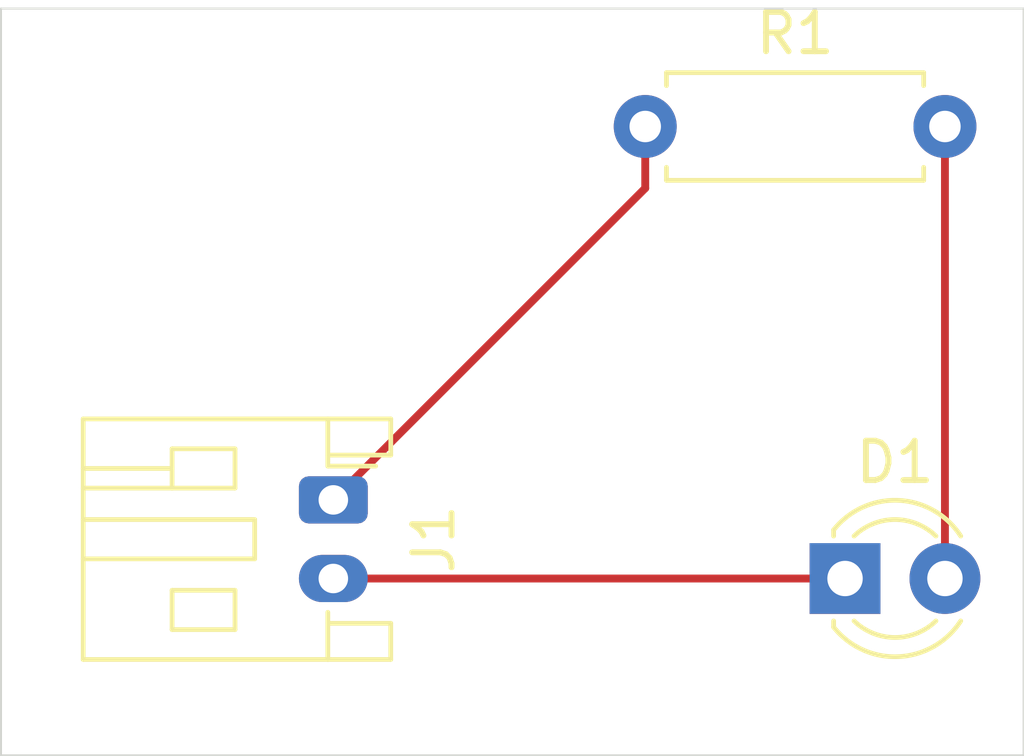
<source format=kicad_pcb>
(kicad_pcb (version 20240108) (generator "pcbnew") (generator_version "8.0")
  (layers (0 "F.Cu" signal) (31 "B.Cu" signal) (34 "B.Paste" user) (35 "F.Paste" user) (36 "B.SilkS" user "B.Silkscreen") (37 "F.SilkS" user "F.Silkscreen") (38 "B.Mask" user) (39 "F.Mask" user) (44 "Edge.Cuts" user))
  (net 0 "")
  (net 1 "Net-(D1-A)")
  (net 2 "Net-(D1-K)")
  (net 3 "Net-(J1-Pin_1)")
  (footprint "LED_THT:LED_D3.0mm" (layer "F.Cu") (at 38.46 29.5)
    (property "Reference" "D1" (at 1.27 -2.96 0) (layer "F.SilkS"))
    (property "Value" "LED")
    (fp_line (start -0.29 -1.236) (end -0.29 -1.08) (stroke (width 0.12)) (layer "F.SilkS"))
    (fp_line (start -0.29 1.08) (end -0.29 1.236) (stroke (width 0.12)) (layer "F.SilkS"))
    (fp_arc (start -0.29 -1.235516) (mid 1.365624 -1.987701) (end 2.941397 -1.080061) (stroke (width 0.12)) (layer "F.SilkS"))
    (fp_arc (start 0.229039 -1.08) (mid 1.269965 -1.5) (end 2.31091 -1.080049) (stroke (width 0.12)) (layer "F.SilkS"))
    (fp_arc (start 2.31091 1.080049) (mid 1.269965 1.5) (end 0.229039 1.08) (stroke (width 0.12)) (layer "F.SilkS"))
    (fp_arc (start 2.941397 1.080061) (mid 1.365624 1.987701) (end -0.29 1.235516) (stroke (width 0.12)) (layer "F.SilkS"))
    (pad "1" thru_hole rect (at 0 0) (size 1.8 1.8) (drill 0.9) (layers "*.Cu" "*.Mask") (net 2 "Net-(D1-K)"))
    (pad "2" thru_hole circle (at 2.54 0) (size 1.8 1.8) (drill 0.9) (layers "*.Cu" "*.Mask") (net 1 "Net-(D1-A)"))
  )
  (footprint "Resistor_THT:R_Axial_DIN0207_L6.3mm_D2.5mm_P7.62mm_Horizontal" (layer "F.Cu") (at 33.38 18)
    (property "Reference" "R1" (at 3.81 -2.37 0) (layer "F.SilkS"))
    (property "Value" "85")
    (fp_line (start 0.54 -1.37) (end 7.08 -1.37) (stroke (width 0.12)) (layer "F.SilkS"))
    (fp_line (start 0.54 -1.04) (end 0.54 -1.37) (stroke (width 0.12)) (layer "F.SilkS"))
    (fp_line (start 0.54 1.04) (end 0.54 1.37) (stroke (width 0.12)) (layer "F.SilkS"))
    (fp_line (start 0.54 1.37) (end 7.08 1.37) (stroke (width 0.12)) (layer "F.SilkS"))
    (fp_line (start 7.08 -1.37) (end 7.08 -1.04) (stroke (width 0.12)) (layer "F.SilkS"))
    (fp_line (start 7.08 1.37) (end 7.08 1.04) (stroke (width 0.12)) (layer "F.SilkS"))
    (pad "1" thru_hole circle (at 0 0) (size 1.6 1.6) (drill 0.8) (layers "*.Cu" "*.Mask") (net 3 "Net-(J1-Pin_1)"))
    (pad "2" thru_hole oval (at 7.62 0) (size 1.6 1.6) (drill 0.8) (layers "*.Cu" "*.Mask") (net 1 "Net-(D1-A)"))
  )
  (footprint "Connector_JST:JST_PH_S2B-PH-K_1x02_P2.00mm_Horizontal" (layer "F.Cu") (at 25.45 27.5 -90)
    (property "Reference" "J1" (at 1 -2.55 90) (layer "F.SilkS"))
    (property "Value" "Conn_02x01")
    (fp_line (start -2.06 6.36) (end 4.06 6.36) (stroke (width 0.12)) (layer "F.SilkS"))
    (fp_line (start 0.5 6.36) (end 0.5 2) (stroke (width 0.12)) (layer "F.SilkS"))
    (fp_line (start 4.06 6.36) (end 4.06 -1.46) (stroke (width 0.12)) (layer "F.SilkS"))
    (fp_line (start -1.3 4.1) (end -0.3 4.1) (stroke (width 0.12)) (layer "F.SilkS"))
    (fp_line (start -0.8 4.1) (end -0.8 6.36) (stroke (width 0.12)) (layer "F.SilkS"))
    (fp_line (start -0.3 4.1) (end -0.3 6.36) (stroke (width 0.12)) (layer "F.SilkS"))
    (fp_line (start -0.3 4.1) (end -0.3 2.5) (stroke (width 0.12)) (layer "F.SilkS"))
    (fp_line (start 2.3 4.1) (end 2.3 2.5) (stroke (width 0.12)) (layer "F.SilkS"))
    (fp_line (start 3.3 4.1) (end 2.3 4.1) (stroke (width 0.12)) (layer "F.SilkS"))
    (fp_line (start -1.3 2.5) (end -1.3 4.1) (stroke (width 0.12)) (layer "F.SilkS"))
    (fp_line (start -0.3 2.5) (end -1.3 2.5) (stroke (width 0.12)) (layer "F.SilkS"))
    (fp_line (start 2.3 2.5) (end 3.3 2.5) (stroke (width 0.12)) (layer "F.SilkS"))
    (fp_line (start 3.3 2.5) (end 3.3 4.1) (stroke (width 0.12)) (layer "F.SilkS"))
    (fp_line (start 0.5 2) (end 1.5 2) (stroke (width 0.12)) (layer "F.SilkS"))
    (fp_line (start 1.5 2) (end 1.5 6.36) (stroke (width 0.12)) (layer "F.SilkS"))
    (fp_line (start -2.06 0.14) (end -1.14 0.14) (stroke (width 0.12)) (layer "F.SilkS"))
    (fp_line (start -1.14 0.14) (end -1.14 -1.46) (stroke (width 0.12)) (layer "F.SilkS"))
    (fp_line (start -0.86 0.14) (end -1.14 0.14) (stroke (width 0.12)) (layer "F.SilkS"))
    (fp_line (start -0.86 0.14) (end -0.86 -1.075) (stroke (width 0.12)) (layer "F.SilkS"))
    (fp_line (start 3.14 0.14) (end 2.86 0.14) (stroke (width 0.12)) (layer "F.SilkS"))
    (fp_line (start 4.06 0.14) (end 3.14 0.14) (stroke (width 0.12)) (layer "F.SilkS"))
    (fp_line (start -2.06 -1.46) (end -2.06 6.36) (stroke (width 0.12)) (layer "F.SilkS"))
    (fp_line (start -1.14 -1.46) (end -2.06 -1.46) (stroke (width 0.12)) (layer "F.SilkS"))
    (fp_line (start 3.14 -1.46) (end 3.14 0.14) (stroke (width 0.12)) (layer "F.SilkS"))
    (fp_line (start 4.06 -1.46) (end 3.14 -1.46) (stroke (width 0.12)) (layer "F.SilkS"))
    (pad "1" thru_hole roundrect (at 0 0 270) (size 1.2 1.75) (drill 0.75) (layers "*.Cu" "*.Mask") (roundrect_rratio 0.208333) (net 3 "Net-(J1-Pin_1)"))
    (pad "2" thru_hole oval (at 2 0 270) (size 1.2 1.75) (drill 0.75) (layers "*.Cu" "*.Mask") (net 2 "Net-(D1-K)"))
  )
  (gr_line (start 43 15) (end 17 15) (stroke (width 0.05)) (layer "Edge.Cuts"))
  (gr_line (start 43 34) (end 43 15) (stroke (width 0.05)) (layer "Edge.Cuts"))
  (gr_line (start 17 15) (end 17 34) (stroke (width 0.05)) (layer "Edge.Cuts"))
  (gr_line (start 17 34) (end 43 34) (stroke (width 0.05)) (layer "Edge.Cuts"))
  (segment (start 41 18) (end 41 29.5) (width 0.2) (layer "F.Cu") (net 1))
  (segment (start 38.46 29.5) (end 25.45 29.5) (width 0.2) (layer "F.Cu") (net 2))
  (segment (start 25.45 27.5) (end 33.38 19.57) (width 0.2) (layer "F.Cu") (net 3))
  (segment (start 33.38 19.57) (end 33.38 18) (width 0.2) (layer "F.Cu") (net 3))
)
</source>
